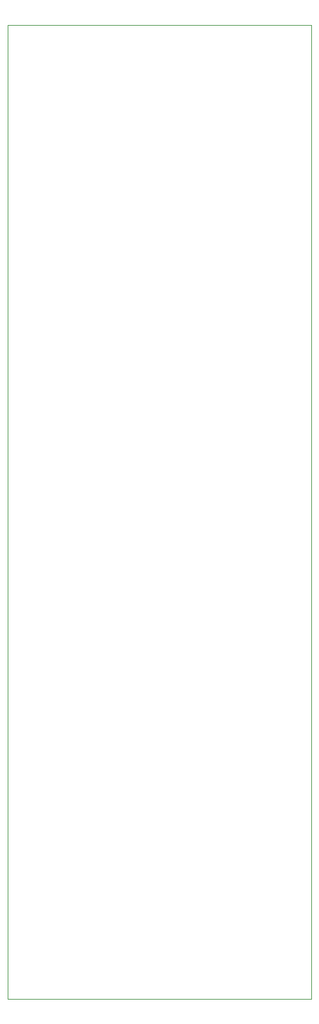
<source format=gbr>
%TF.GenerationSoftware,KiCad,Pcbnew,7.0.10*%
%TF.CreationDate,2024-02-21T22:44:58-06:00*%
%TF.ProjectId,Dual_VCA,4475616c-5f56-4434-912e-6b696361645f,rev?*%
%TF.SameCoordinates,Original*%
%TF.FileFunction,Profile,NP*%
%FSLAX46Y46*%
G04 Gerber Fmt 4.6, Leading zero omitted, Abs format (unit mm)*
G04 Created by KiCad (PCBNEW 7.0.10) date 2024-02-21 22:44:58*
%MOMM*%
%LPD*%
G01*
G04 APERTURE LIST*
%TA.AperFunction,Profile*%
%ADD10C,0.100000*%
%TD*%
G04 APERTURE END LIST*
D10*
X240430000Y-168755000D02*
X240430000Y-40255000D01*
X200430000Y-40255000D02*
X240430000Y-40255000D01*
X200430000Y-40255000D02*
X200430000Y-168755000D01*
X200430000Y-168755000D02*
X240430000Y-168755000D01*
M02*

</source>
